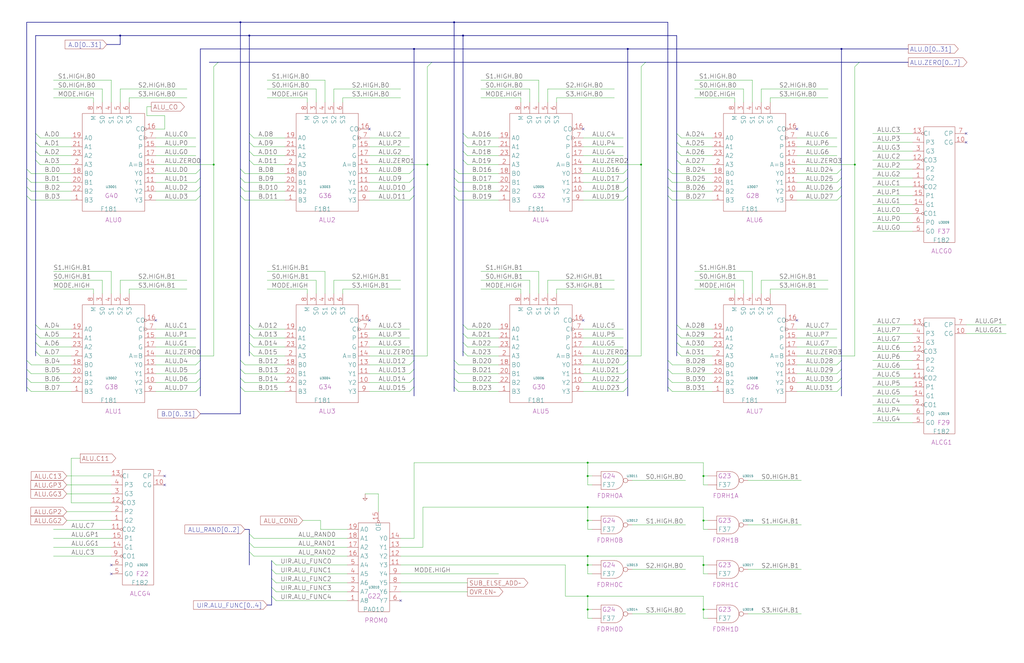
<source format=kicad_sch>
(kicad_sch (version 20250114) (generator "eeschema") (generator_version "9.0")
  (paper "User" 584.2 378.46)
  (title_block (title "ALU ARRAY\\nMOST SIGNIFICANT BITS") (date "15-MAR-90") (rev "1.0") (comment 1 "TYPE") (comment 2 "232-003062") (comment 3 "S400") (comment 4 "RELEASED"))
  (junction (at 68.58 20.32))
  (junction (at 335.28 289.56))
  (junction (at 358.14 27.94))
  (junction (at 401.32 271.78))
  (junction (at 335.28 297.18))
  (junction (at 335.28 264.16))
  (junction (at 243.84 93.98))
  (junction (at 365.76 93.98))
  (junction (at 335.28 322.58))
  (junction (at 480.06 27.94))
  (junction (at 335.28 347.98))
  (junction (at 487.68 93.98))
  (junction (at 142.24 20.32))
  (junction (at 236.22 27.94))
  (junction (at 335.28 271.78))
  (junction (at 259.08 12.7))
  (junction (at 137.16 12.7))
  (junction (at 335.28 317.5))
  (junction (at 401.32 347.98))
  (junction (at 121.92 93.98))
  (junction (at 401.32 297.18))
  (junction (at 401.32 322.58))
  (junction (at 335.28 340.36))
  (junction (at 264.16 20.32))
  (no_connect (at 454.66 182.88))
  (no_connect (at 551.18 81.28))
  (no_connect (at 88.9 182.88))
  (no_connect (at 93.98 271.78))
  (no_connect (at 332.74 182.88))
  (no_connect (at 228.6 342.9))
  (no_connect (at 210.82 182.88))
  (no_connect (at 210.82 73.66))
  (no_connect (at 551.18 76.2))
  (no_connect (at 454.66 73.66))
  (no_connect (at 93.98 276.86))
  (no_connect (at 63.5 327.66))
  (no_connect (at 63.5 322.58))
  (no_connect (at 332.74 73.66))
  (bus_entry (at 142.24 81.28) (size 2.54 2.54))
  (bus_entry (at 142.24 200.66) (size 2.54 2.54))
  (bus_entry (at 259.08 111.76) (size 2.54 2.54))
  (bus_entry (at 259.08 96.52) (size 2.54 2.54))
  (bus_entry (at 20.32 200.66) (size 2.54 2.54))
  (bus_entry (at 142.24 86.36) (size 2.54 2.54))
  (bus_entry (at 480.06 96.52) (size -2.54 2.54))
  (bus_entry (at 142.24 76.2) (size 2.54 2.54))
  (bus_entry (at 381 210.82) (size 2.54 2.54))
  (bus_entry (at 15.24 101.6) (size 2.54 2.54))
  (bus_entry (at 142.24 91.44) (size 2.54 2.54))
  (bus_entry (at 480.06 101.6) (size -2.54 2.54))
  (bus_entry (at 142.24 185.42) (size 2.54 2.54))
  (bus_entry (at 114.3 220.98) (size -2.54 2.54))
  (bus_entry (at 480.06 111.76) (size -2.54 2.54))
  (bus_entry (at 15.24 215.9) (size 2.54 2.54))
  (bus_entry (at 114.3 96.52) (size -2.54 2.54))
  (bus_entry (at 264.16 200.66) (size 2.54 2.54))
  (bus_entry (at 358.14 111.76) (size -2.54 2.54))
  (bus_entry (at 358.14 215.9) (size -2.54 2.54))
  (bus_entry (at 358.14 106.68) (size -2.54 2.54))
  (bus_entry (at 137.16 111.76) (size 2.54 2.54))
  (bus_entry (at 142.24 190.5) (size 2.54 2.54))
  (bus_entry (at 386.08 200.66) (size 2.54 2.54))
  (bus_entry (at 114.3 111.76) (size -2.54 2.54))
  (bus_entry (at 142.24 309.88) (size 2.54 2.54))
  (bus_entry (at 381 205.74) (size 2.54 2.54))
  (bus_entry (at 246.38 35.56) (size -2.54 2.54))
  (bus_entry (at 358.14 96.52) (size -2.54 2.54))
  (bus_entry (at 386.08 190.5) (size 2.54 2.54))
  (bus_entry (at 386.08 76.2) (size 2.54 2.54))
  (bus_entry (at 142.24 314.96) (size 2.54 2.54))
  (bus_entry (at 264.16 185.42) (size 2.54 2.54))
  (bus_entry (at 15.24 106.68) (size 2.54 2.54))
  (bus_entry (at 381 220.98) (size 2.54 2.54))
  (bus_entry (at 381 106.68) (size 2.54 2.54))
  (bus_entry (at 154.94 335.28) (size 2.54 2.54))
  (bus_entry (at 259.08 220.98) (size 2.54 2.54))
  (bus_entry (at 259.08 210.82) (size 2.54 2.54))
  (bus_entry (at 236.22 210.82) (size -2.54 2.54))
  (bus_entry (at 137.16 101.6) (size 2.54 2.54))
  (bus_entry (at 236.22 101.6) (size -2.54 2.54))
  (bus_entry (at 137.16 106.68) (size 2.54 2.54))
  (bus_entry (at 358.14 210.82) (size -2.54 2.54))
  (bus_entry (at 114.3 106.68) (size -2.54 2.54))
  (bus_entry (at 264.16 76.2) (size 2.54 2.54))
  (bus_entry (at 20.32 76.2) (size 2.54 2.54))
  (bus_entry (at 114.3 210.82) (size -2.54 2.54))
  (bus_entry (at 236.22 215.9) (size -2.54 2.54))
  (bus_entry (at 480.06 215.9) (size -2.54 2.54))
  (bus_entry (at 358.14 205.74) (size -2.54 2.54))
  (bus_entry (at 15.24 205.74) (size 2.54 2.54))
  (bus_entry (at 20.32 81.28) (size 2.54 2.54))
  (bus_entry (at 236.22 205.74) (size -2.54 2.54))
  (bus_entry (at 15.24 111.76) (size 2.54 2.54))
  (bus_entry (at 20.32 195.58) (size 2.54 2.54))
  (bus_entry (at 381 215.9) (size 2.54 2.54))
  (bus_entry (at 259.08 101.6) (size 2.54 2.54))
  (bus_entry (at 381 101.6) (size 2.54 2.54))
  (bus_entry (at 236.22 220.98) (size -2.54 2.54))
  (bus_entry (at 154.94 340.36) (size 2.54 2.54))
  (bus_entry (at 358.14 101.6) (size -2.54 2.54))
  (bus_entry (at 15.24 210.82) (size 2.54 2.54))
  (bus_entry (at 264.16 195.58) (size 2.54 2.54))
  (bus_entry (at 114.3 215.9) (size -2.54 2.54))
  (bus_entry (at 386.08 91.44) (size 2.54 2.54))
  (bus_entry (at 386.08 195.58) (size 2.54 2.54))
  (bus_entry (at 154.94 330.2) (size 2.54 2.54))
  (bus_entry (at 15.24 96.52) (size 2.54 2.54))
  (bus_entry (at 480.06 220.98) (size -2.54 2.54))
  (bus_entry (at 137.16 215.9) (size 2.54 2.54))
  (bus_entry (at 358.14 220.98) (size -2.54 2.54))
  (bus_entry (at 259.08 106.68) (size 2.54 2.54))
  (bus_entry (at 137.16 96.52) (size 2.54 2.54))
  (bus_entry (at 20.32 185.42) (size 2.54 2.54))
  (bus_entry (at 480.06 205.74) (size -2.54 2.54))
  (bus_entry (at 236.22 111.76) (size -2.54 2.54))
  (bus_entry (at 480.06 106.68) (size -2.54 2.54))
  (bus_entry (at 386.08 81.28) (size 2.54 2.54))
  (bus_entry (at 381 111.76) (size 2.54 2.54))
  (bus_entry (at 480.06 210.82) (size -2.54 2.54))
  (bus_entry (at 264.16 86.36) (size 2.54 2.54))
  (bus_entry (at 386.08 185.42) (size 2.54 2.54))
  (bus_entry (at 154.94 325.12) (size 2.54 2.54))
  (bus_entry (at 154.94 320.04) (size 2.54 2.54))
  (bus_entry (at 264.16 81.28) (size 2.54 2.54))
  (bus_entry (at 137.16 205.74) (size 2.54 2.54))
  (bus_entry (at 114.3 205.74) (size -2.54 2.54))
  (bus_entry (at 137.16 210.82) (size 2.54 2.54))
  (bus_entry (at 20.32 86.36) (size 2.54 2.54))
  (bus_entry (at 142.24 195.58) (size 2.54 2.54))
  (bus_entry (at 114.3 101.6) (size -2.54 2.54))
  (bus_entry (at 490.22 35.56) (size -2.54 2.54))
  (bus_entry (at 259.08 215.9) (size 2.54 2.54))
  (bus_entry (at 137.16 220.98) (size 2.54 2.54))
  (bus_entry (at 259.08 205.74) (size 2.54 2.54))
  (bus_entry (at 20.32 190.5) (size 2.54 2.54))
  (bus_entry (at 124.46 35.56) (size -2.54 2.54))
  (bus_entry (at 236.22 96.52) (size -2.54 2.54))
  (bus_entry (at 142.24 304.8) (size 2.54 2.54))
  (bus_entry (at 236.22 106.68) (size -2.54 2.54))
  (bus_entry (at 264.16 91.44) (size 2.54 2.54))
  (bus_entry (at 368.3 35.56) (size -2.54 2.54))
  (bus_entry (at 386.08 86.36) (size 2.54 2.54))
  (bus_entry (at 20.32 91.44) (size 2.54 2.54))
  (bus_entry (at 15.24 220.98) (size 2.54 2.54))
  (bus_entry (at 381 96.52) (size 2.54 2.54))
  (bus_entry (at 264.16 190.5) (size 2.54 2.54))
  (wire (pts (xy 388.62 203.2) (xy 406.4 203.2)))
  (wire (pts (xy 17.78 213.36) (xy 40.64 213.36)))
  (bus (pts (xy 114.3 101.6) (xy 114.3 106.68)))
  (bus (pts (xy 142.24 190.5) (xy 142.24 195.58)))
  (wire (pts (xy 88.9 193.04) (xy 111.76 193.04)))
  (wire (pts (xy 152.4 55.88) (xy 175.26 55.88)))
  (wire (pts (xy 144.78 203.2) (xy 162.56 203.2)))
  (bus (pts (xy 264.16 190.5) (xy 264.16 195.58)))
  (wire (pts (xy 403.86 353.06) (xy 401.32 353.06)))
  (wire (pts (xy 88.9 93.98) (xy 121.92 93.98)))
  (wire (pts (xy 139.7 213.36) (xy 162.56 213.36)))
  (wire (pts (xy 401.32 297.18) (xy 401.32 302.26)))
  (bus (pts (xy 386.08 86.36) (xy 386.08 91.44)))
  (wire (pts (xy 335.28 264.16) (xy 335.28 271.78)))
  (wire (pts (xy 401.32 322.58) (xy 403.86 322.58)))
  (wire (pts (xy 335.28 264.16) (xy 236.22 264.16)))
  (wire (pts (xy 73.66 167.64) (xy 73.66 165.1)))
  (bus (pts (xy 259.08 215.9) (xy 259.08 220.98)))
  (wire (pts (xy 152.4 160.02) (xy 180.34 160.02)))
  (wire (pts (xy 88.9 218.44) (xy 111.76 218.44)))
  (bus (pts (xy 386.08 76.2) (xy 386.08 81.28)))
  (wire (pts (xy 297.18 58.42) (xy 297.18 55.88)))
  (wire (pts (xy 30.48 312.42) (xy 63.5 312.42)))
  (bus (pts (xy 137.16 12.7) (xy 137.16 96.52)))
  (wire (pts (xy 401.32 271.78) (xy 403.86 271.78)))
  (bus (pts (xy 137.16 96.52) (xy 137.16 101.6)))
  (wire (pts (xy 497.84 101.6) (xy 520.7 101.6)))
  (wire (pts (xy 266.7 88.9) (xy 284.48 88.9)))
  (wire (pts (xy 335.28 317.5) (xy 335.28 322.58)))
  (wire (pts (xy 497.84 106.68) (xy 520.7 106.68)))
  (wire (pts (xy 88.9 73.66) (xy 93.98 73.66)))
  (bus (pts (xy 15.24 220.98) (xy 15.24 223.52)))
  (bus (pts (xy 480.06 111.76) (xy 480.06 205.74)))
  (bus (pts (xy 358.14 205.74) (xy 358.14 210.82)))
  (wire (pts (xy 383.54 223.52) (xy 406.4 223.52)))
  (bus (pts (xy 259.08 96.52) (xy 259.08 101.6)))
  (bus (pts (xy 137.16 101.6) (xy 137.16 106.68)))
  (wire (pts (xy 157.48 342.9) (xy 198.12 342.9)))
  (bus (pts (xy 259.08 12.7) (xy 259.08 96.52)))
  (wire (pts (xy 210.82 208.28) (xy 233.68 208.28)))
  (wire (pts (xy 152.4 45.72) (xy 185.42 45.72)))
  (wire (pts (xy 180.34 167.64) (xy 180.34 160.02)))
  (wire (pts (xy 228.6 332.74) (xy 266.7 332.74)))
  (wire (pts (xy 307.34 58.42) (xy 307.34 45.72)))
  (wire (pts (xy 302.26 167.64) (xy 302.26 160.02)))
  (wire (pts (xy 401.32 340.36) (xy 335.28 340.36)))
  (bus (pts (xy 358.14 106.68) (xy 358.14 111.76)))
  (wire (pts (xy 22.86 203.2) (xy 40.64 203.2)))
  (bus (pts (xy 137.16 215.9) (xy 137.16 220.98)))
  (wire (pts (xy 30.48 317.5) (xy 63.5 317.5)))
  (bus (pts (xy 236.22 106.68) (xy 236.22 111.76)))
  (wire (pts (xy 332.74 78.74) (xy 355.6 78.74)))
  (wire (pts (xy 454.66 83.82) (xy 477.52 83.82)))
  (bus (pts (xy 15.24 101.6) (xy 15.24 106.68)))
  (wire (pts (xy 335.28 340.36) (xy 322.58 340.36)))
  (wire (pts (xy 419.1 167.64) (xy 419.1 165.1)))
  (wire (pts (xy 190.5 160.02) (xy 228.6 160.02)))
  (wire (pts (xy 22.86 193.04) (xy 40.64 193.04)))
  (wire (pts (xy 426.72 325.12) (xy 457.2 325.12)))
  (bus (pts (xy 264.16 76.2) (xy 264.16 81.28)))
  (wire (pts (xy 360.68 299.72) (xy 391.16 299.72)))
  (wire (pts (xy 38.1 276.86) (xy 63.5 276.86)))
  (wire (pts (xy 195.58 58.42) (xy 195.58 55.88)))
  (bus (pts (xy 264.16 20.32) (xy 264.16 76.2)))
  (wire (pts (xy 419.1 58.42) (xy 419.1 55.88)))
  (bus (pts (xy 15.24 12.7) (xy 137.16 12.7)))
  (wire (pts (xy 332.74 208.28) (xy 355.6 208.28)))
  (wire (pts (xy 337.82 276.86) (xy 335.28 276.86)))
  (wire (pts (xy 210.82 187.96) (xy 233.68 187.96)))
  (wire (pts (xy 302.26 58.42) (xy 302.26 50.8)))
  (bus (pts (xy 480.06 210.82) (xy 480.06 215.9)))
  (wire (pts (xy 439.42 165.1) (xy 472.44 165.1)))
  (wire (pts (xy 454.66 218.44) (xy 477.52 218.44)))
  (bus (pts (xy 490.22 35.56) (xy 518.16 35.56)))
  (bus (pts (xy 114.3 205.74) (xy 114.3 210.82)))
  (wire (pts (xy 88.9 223.52) (xy 111.76 223.52)))
  (bus (pts (xy 142.24 185.42) (xy 142.24 190.5)))
  (wire (pts (xy 40.64 261.62) (xy 45.72 261.62)))
  (wire (pts (xy 210.82 88.9) (xy 233.68 88.9)))
  (wire (pts (xy 274.32 50.8) (xy 302.26 50.8)))
  (bus (pts (xy 480.06 220.98) (xy 480.06 226.06)))
  (wire (pts (xy 335.28 317.5) (xy 401.32 317.5)))
  (wire (pts (xy 17.78 223.52) (xy 40.64 223.52)))
  (wire (pts (xy 157.48 337.82) (xy 198.12 337.82)))
  (wire (pts (xy 30.48 165.1) (xy 53.34 165.1)))
  (wire (pts (xy 261.62 208.28) (xy 284.48 208.28)))
  (wire (pts (xy 332.74 203.2) (xy 365.76 203.2)))
  (bus (pts (xy 381 12.7) (xy 381 96.52)))
  (wire (pts (xy 388.62 93.98) (xy 406.4 93.98)))
  (bus (pts (xy 358.14 220.98) (xy 358.14 226.06)))
  (wire (pts (xy 335.28 297.18) (xy 335.28 302.26)))
  (wire (pts (xy 30.48 160.02) (xy 58.42 160.02)))
  (wire (pts (xy 401.32 289.56) (xy 401.32 297.18)))
  (wire (pts (xy 38.1 297.18) (xy 63.5 297.18)))
  (wire (pts (xy 497.84 220.98) (xy 520.7 220.98)))
  (bus (pts (xy 480.06 101.6) (xy 480.06 106.68)))
  (wire (pts (xy 454.66 104.14) (xy 477.52 104.14)))
  (wire (pts (xy 261.62 114.3) (xy 284.48 114.3)))
  (wire (pts (xy 144.78 198.12) (xy 162.56 198.12)))
  (wire (pts (xy 497.84 76.2) (xy 520.7 76.2)))
  (wire (pts (xy 274.32 55.88) (xy 297.18 55.88)))
  (bus (pts (xy 114.3 111.76) (xy 114.3 205.74)))
  (wire (pts (xy 38.1 271.78) (xy 63.5 271.78)))
  (wire (pts (xy 88.9 99.06) (xy 111.76 99.06)))
  (wire (pts (xy 144.78 93.98) (xy 162.56 93.98)))
  (wire (pts (xy 144.78 317.5) (xy 198.12 317.5)))
  (bus (pts (xy 20.32 81.28) (xy 20.32 86.36)))
  (bus (pts (xy 142.24 200.66) (xy 142.24 203.2)))
  (bus (pts (xy 154.94 330.2) (xy 154.94 335.28)))
  (wire (pts (xy 22.86 78.74) (xy 40.64 78.74)))
  (wire (pts (xy 144.78 307.34) (xy 198.12 307.34)))
  (wire (pts (xy 551.18 190.5) (xy 574.04 190.5)))
  (bus (pts (xy 386.08 190.5) (xy 386.08 195.58)))
  (wire (pts (xy 312.42 160.02) (xy 350.52 160.02)))
  (bus (pts (xy 259.08 205.74) (xy 259.08 210.82)))
  (wire (pts (xy 210.82 93.98) (xy 243.84 93.98)))
  (bus (pts (xy 20.32 200.66) (xy 20.32 203.2)))
  (wire (pts (xy 454.66 223.52) (xy 477.52 223.52)))
  (wire (pts (xy 175.26 167.64) (xy 175.26 165.1)))
  (wire (pts (xy 497.84 91.44) (xy 520.7 91.44)))
  (wire (pts (xy 58.42 167.64) (xy 58.42 160.02)))
  (wire (pts (xy 454.66 208.28) (xy 477.52 208.28)))
  (bus (pts (xy 259.08 111.76) (xy 259.08 205.74)))
  (wire (pts (xy 152.4 50.8) (xy 180.34 50.8)))
  (wire (pts (xy 322.58 322.58) (xy 228.6 322.58)))
  (wire (pts (xy 388.62 78.74) (xy 406.4 78.74)))
  (bus (pts (xy 114.3 210.82) (xy 114.3 215.9)))
  (wire (pts (xy 139.7 109.22) (xy 162.56 109.22)))
  (wire (pts (xy 312.42 50.8) (xy 350.52 50.8)))
  (wire (pts (xy 497.84 132.08) (xy 520.7 132.08)))
  (wire (pts (xy 337.82 327.66) (xy 335.28 327.66)))
  (wire (pts (xy 335.28 347.98) (xy 335.28 353.06)))
  (wire (pts (xy 454.66 187.96) (xy 477.52 187.96)))
  (bus (pts (xy 480.06 215.9) (xy 480.06 220.98)))
  (bus (pts (xy 386.08 20.32) (xy 386.08 76.2)))
  (wire (pts (xy 335.28 347.98) (xy 337.82 347.98)))
  (bus (pts (xy 246.38 35.56) (xy 368.3 35.56)))
  (wire (pts (xy 157.48 322.58) (xy 198.12 322.58)))
  (bus (pts (xy 386.08 91.44) (xy 386.08 185.42)))
  (wire (pts (xy 383.54 109.22) (xy 406.4 109.22)))
  (wire (pts (xy 429.26 58.42) (xy 429.26 45.72)))
  (wire (pts (xy 139.7 208.28) (xy 162.56 208.28)))
  (wire (pts (xy 332.74 223.52) (xy 355.6 223.52)))
  (wire (pts (xy 68.58 58.42) (xy 68.58 50.8)))
  (bus (pts (xy 114.3 236.22) (xy 137.16 236.22)))
  (wire (pts (xy 497.84 226.06) (xy 520.7 226.06)))
  (wire (pts (xy 175.26 58.42) (xy 175.26 55.88)))
  (wire (pts (xy 403.86 302.26) (xy 401.32 302.26)))
  (wire (pts (xy 439.42 55.88) (xy 472.44 55.88)))
  (wire (pts (xy 30.48 45.72) (xy 63.5 45.72)))
  (wire (pts (xy 17.78 114.3) (xy 40.64 114.3)))
  (wire (pts (xy 243.84 93.98) (xy 243.84 203.2)))
  (bus (pts (xy 137.16 205.74) (xy 137.16 210.82)))
  (wire (pts (xy 88.9 114.3) (xy 111.76 114.3)))
  (wire (pts (xy 185.42 167.64) (xy 185.42 154.94)))
  (bus (pts (xy 68.58 20.32) (xy 142.24 20.32)))
  (wire (pts (xy 88.9 78.74) (xy 111.76 78.74)))
  (wire (pts (xy 335.28 322.58) (xy 335.28 327.66)))
  (wire (pts (xy 195.58 55.88) (xy 228.6 55.88)))
  (bus (pts (xy 480.06 205.74) (xy 480.06 210.82)))
  (wire (pts (xy 332.74 213.36) (xy 355.6 213.36)))
  (wire (pts (xy 401.32 347.98) (xy 401.32 353.06)))
  (wire (pts (xy 266.7 187.96) (xy 284.48 187.96)))
  (wire (pts (xy 365.76 38.1) (xy 365.76 93.98)))
  (wire (pts (xy 497.84 200.66) (xy 520.7 200.66)))
  (wire (pts (xy 157.48 327.66) (xy 198.12 327.66)))
  (wire (pts (xy 497.84 81.28) (xy 520.7 81.28)))
  (wire (pts (xy 383.54 104.14) (xy 406.4 104.14)))
  (wire (pts (xy 144.78 187.96) (xy 162.56 187.96)))
  (bus (pts (xy 236.22 220.98) (xy 236.22 226.06)))
  (bus (pts (xy 142.24 309.88) (xy 142.24 314.96)))
  (wire (pts (xy 58.42 58.42) (xy 58.42 50.8)))
  (wire (pts (xy 210.82 83.82) (xy 233.68 83.82)))
  (wire (pts (xy 401.32 347.98) (xy 403.86 347.98)))
  (wire (pts (xy 195.58 167.64) (xy 195.58 165.1)))
  (bus (pts (xy 15.24 210.82) (xy 15.24 215.9)))
  (wire (pts (xy 383.54 114.3) (xy 406.4 114.3)))
  (wire (pts (xy 266.7 203.2) (xy 284.48 203.2)))
  (wire (pts (xy 121.92 38.1) (xy 121.92 93.98)))
  (wire (pts (xy 88.9 104.14) (xy 111.76 104.14)))
  (wire (pts (xy 332.74 88.9) (xy 355.6 88.9)))
  (wire (pts (xy 429.26 167.64) (xy 429.26 154.94)))
  (wire (pts (xy 335.28 340.36) (xy 335.28 347.98)))
  (wire (pts (xy 332.74 187.96) (xy 355.6 187.96)))
  (bus (pts (xy 236.22 205.74) (xy 236.22 210.82)))
  (wire (pts (xy 497.84 236.22) (xy 520.7 236.22)))
  (wire (pts (xy 439.42 58.42) (xy 439.42 55.88)))
  (wire (pts (xy 210.82 109.22) (xy 233.68 109.22)))
  (bus (pts (xy 114.3 220.98) (xy 114.3 226.06)))
  (wire (pts (xy 139.7 99.06) (xy 162.56 99.06)))
  (bus (pts (xy 368.3 35.56) (xy 490.22 35.56)))
  (wire (pts (xy 88.9 109.22) (xy 111.76 109.22)))
  (wire (pts (xy 30.48 307.34) (xy 63.5 307.34)))
  (wire (pts (xy 210.82 223.52) (xy 233.68 223.52)))
  (wire (pts (xy 210.82 203.2) (xy 243.84 203.2)))
  (bus (pts (xy 264.16 86.36) (xy 264.16 91.44)))
  (wire (pts (xy 317.5 58.42) (xy 317.5 55.88)))
  (wire (pts (xy 388.62 193.04) (xy 406.4 193.04)))
  (wire (pts (xy 454.66 114.3) (xy 477.52 114.3)))
  (bus (pts (xy 20.32 91.44) (xy 20.32 185.42)))
  (wire (pts (xy 210.82 213.36) (xy 233.68 213.36)))
  (wire (pts (xy 454.66 109.22) (xy 477.52 109.22)))
  (wire (pts (xy 434.34 167.64) (xy 434.34 160.02)))
  (wire (pts (xy 497.84 185.42) (xy 520.7 185.42)))
  (bus (pts (xy 137.16 106.68) (xy 137.16 111.76)))
  (wire (pts (xy 185.42 58.42) (xy 185.42 45.72)))
  (wire (pts (xy 337.82 353.06) (xy 335.28 353.06)))
  (wire (pts (xy 73.66 165.1) (xy 106.68 165.1)))
  (bus (pts (xy 15.24 96.52) (xy 15.24 101.6)))
  (bus (pts (xy 114.3 96.52) (xy 114.3 101.6)))
  (wire (pts (xy 454.66 88.9) (xy 477.52 88.9)))
  (wire (pts (xy 497.84 116.84) (xy 520.7 116.84)))
  (bus (pts (xy 142.24 20.32) (xy 264.16 20.32)))
  (bus (pts (xy 142.24 302.26) (xy 142.24 304.8)))
  (wire (pts (xy 396.24 160.02) (xy 424.18 160.02)))
  (bus (pts (xy 264.16 185.42) (xy 264.16 190.5)))
  (bus (pts (xy 154.94 340.36) (xy 154.94 345.44)))
  (bus (pts (xy 358.14 215.9) (xy 358.14 220.98)))
  (wire (pts (xy 297.18 167.64) (xy 297.18 165.1)))
  (wire (pts (xy 88.9 213.36) (xy 111.76 213.36)))
  (wire (pts (xy 210.82 99.06) (xy 233.68 99.06)))
  (bus (pts (xy 236.22 215.9) (xy 236.22 220.98)))
  (wire (pts (xy 274.32 160.02) (xy 302.26 160.02)))
  (wire (pts (xy 63.5 167.64) (xy 63.5 154.94)))
  (wire (pts (xy 210.82 104.14) (xy 233.68 104.14)))
  (bus (pts (xy 119.38 35.56) (xy 124.46 35.56)))
  (wire (pts (xy 210.82 114.3) (xy 233.68 114.3)))
  (bus (pts (xy 259.08 12.7) (xy 381 12.7)))
  (wire (pts (xy 401.32 317.5) (xy 401.32 322.58)))
  (wire (pts (xy 401.32 264.16) (xy 401.32 271.78)))
  (wire (pts (xy 266.7 198.12) (xy 284.48 198.12)))
  (wire (pts (xy 182.88 302.26) (xy 182.88 297.18)))
  (bus (pts (xy 259.08 210.82) (xy 259.08 215.9)))
  (wire (pts (xy 17.78 208.28) (xy 40.64 208.28)))
  (wire (pts (xy 383.54 99.06) (xy 406.4 99.06)))
  (wire (pts (xy 30.48 55.88) (xy 53.34 55.88)))
  (wire (pts (xy 88.9 83.82) (xy 111.76 83.82)))
  (bus (pts (xy 152.4 345.44) (xy 154.94 345.44)))
  (wire (pts (xy 497.84 210.82) (xy 520.7 210.82)))
  (bus (pts (xy 142.24 195.58) (xy 142.24 200.66)))
  (wire (pts (xy 228.6 327.66) (xy 284.48 327.66)))
  (bus (pts (xy 142.24 314.96) (xy 142.24 322.58)))
  (wire (pts (xy 88.9 208.28) (xy 111.76 208.28)))
  (bus (pts (xy 264.16 195.58) (xy 264.16 200.66)))
  (wire (pts (xy 401.32 322.58) (xy 401.32 327.66)))
  (wire (pts (xy 497.84 241.3) (xy 520.7 241.3)))
  (bus (pts (xy 20.32 20.32) (xy 20.32 76.2)))
  (wire (pts (xy 190.5 167.64) (xy 190.5 160.02)))
  (wire (pts (xy 83.82 66.04) (xy 83.82 60.96)))
  (wire (pts (xy 236.22 307.34) (xy 228.6 307.34)))
  (wire (pts (xy 454.66 213.36) (xy 477.52 213.36)))
  (wire (pts (xy 68.58 50.8) (xy 106.68 50.8)))
  (bus (pts (xy 480.06 27.94) (xy 518.16 27.94)))
  (wire (pts (xy 73.66 58.42) (xy 73.66 55.88)))
  (wire (pts (xy 312.42 58.42) (xy 312.42 50.8)))
  (bus (pts (xy 358.14 27.94) (xy 358.14 96.52)))
  (wire (pts (xy 22.86 83.82) (xy 40.64 83.82)))
  (bus (pts (xy 236.22 101.6) (xy 236.22 106.68)))
  (wire (pts (xy 332.74 83.82) (xy 355.6 83.82)))
  (bus (pts (xy 358.14 27.94) (xy 480.06 27.94)))
  (wire (pts (xy 426.72 274.32) (xy 457.2 274.32)))
  (wire (pts (xy 426.72 299.72) (xy 457.2 299.72)))
  (wire (pts (xy 22.86 93.98) (xy 40.64 93.98)))
  (wire (pts (xy 497.84 111.76) (xy 520.7 111.76)))
  (wire (pts (xy 22.86 88.9) (xy 40.64 88.9)))
  (wire (pts (xy 93.98 66.04) (xy 83.82 66.04)))
  (bus (pts (xy 142.24 20.32) (xy 142.24 76.2)))
  (wire (pts (xy 317.5 165.1) (xy 350.52 165.1)))
  (wire (pts (xy 335.28 289.56) (xy 241.3 289.56)))
  (bus (pts (xy 154.94 320.04) (xy 154.94 325.12)))
  (bus (pts (xy 114.3 106.68) (xy 114.3 111.76)))
  (wire (pts (xy 236.22 264.16) (xy 236.22 307.34)))
  (bus (pts (xy 15.24 111.76) (xy 15.24 205.74)))
  (wire (pts (xy 396.24 154.94) (xy 429.26 154.94)))
  (wire (pts (xy 403.86 276.86) (xy 401.32 276.86)))
  (wire (pts (xy 383.54 213.36) (xy 406.4 213.36)))
  (wire (pts (xy 139.7 223.52) (xy 162.56 223.52)))
  (bus (pts (xy 386.08 195.58) (xy 386.08 200.66)))
  (bus (pts (xy 358.14 210.82) (xy 358.14 215.9)))
  (wire (pts (xy 88.9 203.2) (xy 121.92 203.2)))
  (wire (pts (xy 497.84 86.36) (xy 520.7 86.36)))
  (bus (pts (xy 381 210.82) (xy 381 215.9)))
  (wire (pts (xy 266.7 78.74) (xy 284.48 78.74)))
  (wire (pts (xy 215.9 281.94) (xy 215.9 292.1)))
  (wire (pts (xy 335.28 289.56) (xy 335.28 297.18)))
  (bus (pts (xy 20.32 76.2) (xy 20.32 81.28)))
  (wire (pts (xy 63.5 287.02) (xy 40.64 287.02)))
  (wire (pts (xy 434.34 160.02) (xy 472.44 160.02)))
  (bus (pts (xy 386.08 185.42) (xy 386.08 190.5)))
  (bus (pts (xy 236.22 210.82) (xy 236.22 215.9)))
  (wire (pts (xy 17.78 99.06) (xy 40.64 99.06)))
  (wire (pts (xy 383.54 208.28) (xy 406.4 208.28)))
  (wire (pts (xy 332.74 104.14) (xy 355.6 104.14)))
  (wire (pts (xy 312.42 167.64) (xy 312.42 160.02)))
  (wire (pts (xy 261.62 218.44) (xy 284.48 218.44)))
  (wire (pts (xy 38.1 281.94) (xy 63.5 281.94)))
  (bus (pts (xy 137.16 12.7) (xy 259.08 12.7)))
  (wire (pts (xy 454.66 198.12) (xy 477.52 198.12)))
  (wire (pts (xy 53.34 58.42) (xy 53.34 55.88)))
  (wire (pts (xy 401.32 271.78) (xy 401.32 276.86)))
  (bus (pts (xy 15.24 215.9) (xy 15.24 220.98)))
  (bus (pts (xy 381 111.76) (xy 381 205.74)))
  (wire (pts (xy 396.24 165.1) (xy 419.1 165.1)))
  (wire (pts (xy 241.3 312.42) (xy 228.6 312.42)))
  (wire (pts (xy 243.84 38.1) (xy 243.84 93.98)))
  (bus (pts (xy 259.08 220.98) (xy 259.08 223.52)))
  (bus (pts (xy 381 215.9) (xy 381 220.98)))
  (wire (pts (xy 17.78 109.22) (xy 40.64 109.22)))
  (wire (pts (xy 195.58 165.1) (xy 228.6 165.1)))
  (wire (pts (xy 497.84 195.58) (xy 520.7 195.58)))
  (wire (pts (xy 198.12 302.26) (xy 182.88 302.26)))
  (wire (pts (xy 83.82 60.96) (xy 86.36 60.96)))
  (wire (pts (xy 88.9 187.96) (xy 111.76 187.96)))
  (wire (pts (xy 388.62 187.96) (xy 406.4 187.96)))
  (wire (pts (xy 40.64 287.02) (xy 40.64 261.62)))
  (bus (pts (xy 20.32 185.42) (xy 20.32 190.5)))
  (bus (pts (xy 114.3 27.94) (xy 114.3 96.52)))
  (wire (pts (xy 208.28 281.94) (xy 215.9 281.94)))
  (wire (pts (xy 322.58 340.36) (xy 322.58 322.58)))
  (wire (pts (xy 38.1 292.1) (xy 63.5 292.1)))
  (wire (pts (xy 332.74 109.22) (xy 355.6 109.22)))
  (bus (pts (xy 358.14 96.52) (xy 358.14 101.6)))
  (wire (pts (xy 317.5 167.64) (xy 317.5 165.1)))
  (bus (pts (xy 480.06 96.52) (xy 480.06 101.6)))
  (wire (pts (xy 274.32 45.72) (xy 307.34 45.72)))
  (wire (pts (xy 139.7 114.3) (xy 162.56 114.3)))
  (bus (pts (xy 114.3 215.9) (xy 114.3 220.98)))
  (wire (pts (xy 401.32 340.36) (xy 401.32 347.98)))
  (wire (pts (xy 180.34 58.42) (xy 180.34 50.8)))
  (wire (pts (xy 497.84 231.14) (xy 520.7 231.14)))
  (wire (pts (xy 88.9 198.12) (xy 111.76 198.12)))
  (bus (pts (xy 264.16 20.32) (xy 386.08 20.32)))
  (bus (pts (xy 236.22 96.52) (xy 236.22 101.6)))
  (wire (pts (xy 335.28 271.78) (xy 337.82 271.78)))
  (wire (pts (xy 497.84 96.52) (xy 520.7 96.52)))
  (wire (pts (xy 454.66 78.74) (xy 477.52 78.74)))
  (wire (pts (xy 139.7 218.44) (xy 162.56 218.44)))
  (wire (pts (xy 144.78 78.74) (xy 162.56 78.74)))
  (wire (pts (xy 266.7 83.82) (xy 284.48 83.82)))
  (wire (pts (xy 401.32 264.16) (xy 335.28 264.16)))
  (wire (pts (xy 360.68 350.52) (xy 391.16 350.52)))
  (bus (pts (xy 124.46 35.56) (xy 246.38 35.56)))
  (bus (pts (xy 381 101.6) (xy 381 106.68)))
  (wire (pts (xy 261.62 104.14) (xy 284.48 104.14)))
  (wire (pts (xy 261.62 223.52) (xy 284.48 223.52)))
  (bus (pts (xy 358.14 101.6) (xy 358.14 106.68)))
  (wire (pts (xy 274.32 154.94) (xy 307.34 154.94)))
  (bus (pts (xy 60.96 25.4) (xy 68.58 25.4)))
  (wire (pts (xy 332.74 193.04) (xy 355.6 193.04)))
  (wire (pts (xy 261.62 109.22) (xy 284.48 109.22)))
  (wire (pts (xy 388.62 88.9) (xy 406.4 88.9)))
  (wire (pts (xy 274.32 165.1) (xy 297.18 165.1)))
  (wire (pts (xy 424.18 58.42) (xy 424.18 50.8)))
  (wire (pts (xy 17.78 104.14) (xy 40.64 104.14)))
  (wire (pts (xy 551.18 185.42) (xy 574.04 185.42)))
  (wire (pts (xy 30.48 50.8) (xy 58.42 50.8)))
  (bus (pts (xy 236.22 27.94) (xy 358.14 27.94)))
  (wire (pts (xy 396.24 45.72) (xy 429.26 45.72)))
  (bus (pts (xy 358.14 111.76) (xy 358.14 205.74)))
  (bus (pts (xy 15.24 205.74) (xy 15.24 210.82)))
  (bus (pts (xy 142.24 91.44) (xy 142.24 185.42)))
  (wire (pts (xy 121.92 93.98) (xy 121.92 203.2)))
  (wire (pts (xy 261.62 99.06) (xy 284.48 99.06)))
  (bus (pts (xy 139.7 302.26) (xy 142.24 302.26)))
  (bus (pts (xy 236.22 111.76) (xy 236.22 205.74)))
  (wire (pts (xy 88.9 88.9) (xy 111.76 88.9)))
  (wire (pts (xy 487.68 93.98) (xy 487.68 203.2)))
  (bus (pts (xy 20.32 86.36) (xy 20.32 91.44)))
  (wire (pts (xy 454.66 193.04) (xy 477.52 193.04)))
  (wire (pts (xy 497.84 215.9) (xy 520.7 215.9)))
  (wire (pts (xy 152.4 165.1) (xy 175.26 165.1)))
  (bus (pts (xy 68.58 25.4) (xy 68.58 20.32)))
  (wire (pts (xy 93.98 73.66) (xy 93.98 66.04)))
  (wire (pts (xy 210.82 78.74) (xy 233.68 78.74)))
  (wire (pts (xy 152.4 154.94) (xy 185.42 154.94)))
  (bus (pts (xy 137.16 111.76) (xy 137.16 205.74)))
  (wire (pts (xy 17.78 218.44) (xy 40.64 218.44)))
  (wire (pts (xy 332.74 114.3) (xy 355.6 114.3)))
  (bus (pts (xy 259.08 101.6) (xy 259.08 106.68)))
  (wire (pts (xy 365.76 93.98) (xy 365.76 203.2)))
  (wire (pts (xy 144.78 83.82) (xy 162.56 83.82)))
  (bus (pts (xy 142.24 76.2) (xy 142.24 81.28)))
  (bus (pts (xy 142.24 86.36) (xy 142.24 91.44)))
  (wire (pts (xy 241.3 289.56) (xy 241.3 312.42)))
  (wire (pts (xy 317.5 55.88) (xy 350.52 55.88)))
  (wire (pts (xy 144.78 312.42) (xy 198.12 312.42)))
  (wire (pts (xy 30.48 154.94) (xy 63.5 154.94)))
  (bus (pts (xy 381 96.52) (xy 381 101.6)))
  (wire (pts (xy 210.82 198.12) (xy 233.68 198.12)))
  (bus (pts (xy 259.08 106.68) (xy 259.08 111.76)))
  (bus (pts (xy 15.24 106.68) (xy 15.24 111.76)))
  (wire (pts (xy 439.42 167.64) (xy 439.42 165.1)))
  (wire (pts (xy 68.58 160.02) (xy 106.68 160.02)))
  (bus (pts (xy 386.08 81.28) (xy 386.08 86.36)))
  (bus (pts (xy 154.94 325.12) (xy 154.94 330.2)))
  (wire (pts (xy 68.58 167.64) (xy 68.58 160.02)))
  (wire (pts (xy 388.62 83.82) (xy 406.4 83.82)))
  (wire (pts (xy 144.78 193.04) (xy 162.56 193.04)))
  (bus (pts (xy 15.24 12.7) (xy 15.24 96.52)))
  (wire (pts (xy 337.82 302.26) (xy 335.28 302.26)))
  (bus (pts (xy 137.16 210.82) (xy 137.16 215.9)))
  (wire (pts (xy 487.68 38.1) (xy 487.68 93.98)))
  (wire (pts (xy 261.62 213.36) (xy 284.48 213.36)))
  (wire (pts (xy 332.74 93.98) (xy 365.76 93.98)))
  (wire (pts (xy 22.86 187.96) (xy 40.64 187.96)))
  (wire (pts (xy 497.84 190.5) (xy 520.7 190.5)))
  (wire (pts (xy 454.66 203.2) (xy 487.68 203.2)))
  (bus (pts (xy 20.32 190.5) (xy 20.32 195.58)))
  (bus (pts (xy 20.32 195.58) (xy 20.32 200.66)))
  (wire (pts (xy 139.7 104.14) (xy 162.56 104.14)))
  (wire (pts (xy 403.86 327.66) (xy 401.32 327.66)))
  (wire (pts (xy 266.7 193.04) (xy 284.48 193.04)))
  (wire (pts (xy 228.6 337.82) (xy 266.7 337.82)))
  (wire (pts (xy 157.48 332.74) (xy 198.12 332.74)))
  (wire (pts (xy 434.34 58.42) (xy 434.34 50.8)))
  (bus (pts (xy 381 205.74) (xy 381 210.82)))
  (wire (pts (xy 335.28 297.18) (xy 337.82 297.18)))
  (wire (pts (xy 424.18 167.64) (xy 424.18 160.02)))
  (wire (pts (xy 401.32 297.18) (xy 403.86 297.18)))
  (wire (pts (xy 190.5 58.42) (xy 190.5 50.8)))
  (wire (pts (xy 53.34 167.64) (xy 53.34 165.1)))
  (bus (pts (xy 264.16 81.28) (xy 264.16 86.36)))
  (wire (pts (xy 454.66 93.98) (xy 487.68 93.98)))
  (wire (pts (xy 426.72 350.52) (xy 457.2 350.52)))
  (bus (pts (xy 386.08 200.66) (xy 386.08 203.2)))
  (wire (pts (xy 434.34 50.8) (xy 472.44 50.8)))
  (bus (pts (xy 381 220.98) (xy 381 223.52)))
  (bus (pts (xy 264.16 91.44) (xy 264.16 185.42)))
  (wire (pts (xy 360.68 325.12) (xy 391.16 325.12)))
  (wire (pts (xy 228.6 317.5) (xy 335.28 317.5)))
  (bus (pts (xy 480.06 106.68) (xy 480.06 111.76)))
  (wire (pts (xy 190.5 50.8) (xy 228.6 50.8)))
  (wire (pts (xy 401.32 289.56) (xy 335.28 289.56)))
  (wire (pts (xy 30.48 302.26) (xy 63.5 302.26)))
  (wire (pts (xy 63.5 58.42) (xy 63.5 45.72)))
  (wire (pts (xy 497.84 205.74) (xy 520.7 205.74)))
  (wire (pts (xy 210.82 218.44) (xy 233.68 218.44)))
  (bus (pts (xy 114.3 27.94) (xy 236.22 27.94)))
  (wire (pts (xy 497.84 127) (xy 520.7 127)))
  (wire (pts (xy 383.54 218.44) (xy 406.4 218.44)))
  (wire (pts (xy 172.72 297.18) (xy 182.88 297.18)))
  (bus (pts (xy 137.16 220.98) (xy 137.16 236.22)))
  (bus (pts (xy 142.24 81.28) (xy 142.24 86.36)))
  (bus (pts (xy 142.24 304.8) (xy 142.24 309.88)))
  (wire (pts (xy 266.7 93.98) (xy 284.48 93.98)))
  (wire (pts (xy 335.28 322.58) (xy 337.82 322.58)))
  (wire (pts (xy 22.86 198.12) (xy 40.64 198.12)))
  (wire (pts (xy 73.66 55.88) (xy 106.68 55.88)))
  (wire (pts (xy 396.24 50.8) (xy 424.18 50.8)))
  (wire (pts (xy 335.28 271.78) (xy 335.28 276.86)))
  (wire (pts (xy 388.62 198.12) (xy 406.4 198.12)))
  (bus (pts (xy 480.06 27.94) (xy 480.06 96.52)))
  (bus (pts (xy 154.94 335.28) (xy 154.94 340.36)))
  (bus (pts (xy 264.16 200.66) (xy 264.16 203.2)))
  (wire (pts (xy 332.74 99.06) (xy 355.6 99.06)))
  (wire (pts (xy 307.34 167.64) (xy 307.34 154.94)))
  (wire (pts (xy 210.82 193.04) (xy 233.68 193.04)))
  (wire (pts (xy 396.24 55.88) (xy 419.1 55.88)))
  (bus (pts (xy 236.22 27.94) (xy 236.22 96.52)))
  (bus (pts (xy 20.32 20.32) (xy 68.58 20.32)))
  (wire (pts (xy 360.68 274.32) (xy 391.16 274.32)))
  (wire (pts (xy 497.84 121.92) (xy 520.7 121.92)))
  (wire (pts (xy 332.74 218.44) (xy 355.6 218.44)))
  (wire (pts (xy 454.66 99.06) (xy 477.52 99.06)))
  (wire (pts (xy 332.74 198.12) (xy 355.6 198.12)))
  (wire (pts (xy 144.78 88.9) (xy 162.56 88.9)))
  (bus (pts (xy 381 106.68) (xy 381 111.76)))
  (label "ALU.D3" (at 93.98 114.3 0) (effects (font (size 2.54 2.54))))
  (label "S1.HIGH.B1" (at 154.94 154.94 0) (effects (font (size 2.54 2.54))))
  (label "ALU.P5" (at 337.82 193.04 0) (effects (font (size 2.54 2.54))))
  (label "ALU.G5" (at 337.82 198.12 0) (effects (font (size 2.54 2.54))))
  (label "ALU.G1" (at 500.38 116.84 0) (effects (font (size 2.54 2.54))))
  (label "ALU.D18" (at 337.82 109.22 0) (effects (font (size 2.54 2.54))))
  (label "B.D17" (at 269.24 104.14 0) (effects (font (size 2.54 2.54))))
  (label "S3.HIGH.B0" (at 444.5 55.88 0) (effects (font (size 2.54 2.54))))
  (label "A.D29" (at 391.16 193.04 0) (effects (font (size 2.54 2.54))))
  (label "ALU.G4" (at 500.38 241.3 0) (effects (font (size 2.54 2.54))))
  (label "B.D24" (at 391.16 99.06 0) (effects (font (size 2.54 2.54))))
  (label "ALU.GP1" (at 556.26 185.42 0) (effects (font (size 2.54 2.54))))
  (label "ALU.P1" (at 93.98 193.04 0) (effects (font (size 2.54 2.54))))
  (label "A.D5" (at 25.4 193.04 0) (effects (font (size 2.54 2.54))))
  (label "S0.HIGH.B0" (at 368.3 274.32 0) (effects (font (size 2.54 2.54))))
  (label "S0.HIGH.B1" (at 398.78 160.02 0) (effects (font (size 2.54 2.54))))
  (label "ALU.G6" (at 459.74 88.9 0) (effects (font (size 2.54 2.54))))
  (label "A.D11" (at 147.32 93.98 0) (effects (font (size 2.54 2.54))))
  (label "ALU.G0" (at 500.38 132.08 0) (effects (font (size 2.54 2.54))))
  (label "B.D12" (at 147.32 208.28 0) (effects (font (size 2.54 2.54))))
  (label "ALU.P0" (at 93.98 83.82 0) (effects (font (size 2.54 2.54))))
  (label "B.D16" (at 269.24 99.06 0) (effects (font (size 2.54 2.54))))
  (label "ALU.D6" (at 93.98 218.44 0) (effects (font (size 2.54 2.54))))
  (label "ALU.P4" (at 500.38 236.22 0) (effects (font (size 2.54 2.54))))
  (label "S2.HIGH.B0" (at 368.3 325.12 0) (effects (font (size 2.54 2.54))))
  (label "ALU.D0" (at 93.98 99.06 0) (effects (font (size 2.54 2.54))))
  (label "A.D31" (at 391.16 203.2 0) (effects (font (size 2.54 2.54))))
  (label "ALU.G4" (at 337.82 88.9 0) (effects (font (size 2.54 2.54))))
  (label "S0.HIGH.B1" (at 154.94 160.02 0) (effects (font (size 2.54 2.54))))
  (label "ALU.C4" (at 337.82 78.74 0) (effects (font (size 2.54 2.54))))
  (label "ALU.D24" (at 459.74 99.06 0) (effects (font (size 2.54 2.54))))
  (label "B.D26" (at 391.16 109.22 0) (effects (font (size 2.54 2.54))))
  (label "S2.HIGH.B0" (at 200.66 50.8 0) (effects (font (size 2.54 2.54))))
  (label "ALU.C1" (at 500.38 106.68 0) (effects (font (size 2.54 2.54))))
  (label "ALU.D21" (at 337.82 213.36 0) (effects (font (size 2.54 2.54))))
  (label "ALU.G2" (at 215.9 88.9 0) (effects (font (size 2.54 2.54))))
  (label "ALU.D22" (at 337.82 218.44 0) (effects (font (size 2.54 2.54))))
  (label "ALU.P5" (at 500.38 220.98 0) (effects (font (size 2.54 2.54))))
  (label "S3.HIGH.B0" (at 200.66 55.88 0) (effects (font (size 2.54 2.54))))
  (label "S2.HIGH.B1" (at 434.34 325.12 0) (effects (font (size 2.54 2.54))))
  (label "ALU.D17" (at 337.82 104.14 0) (effects (font (size 2.54 2.54))))
  (label "S2.HIGH.B0" (at 444.5 50.8 0) (effects (font (size 2.54 2.54))))
  (label "B.D27" (at 391.16 114.3 0) (effects (font (size 2.54 2.54))))
  (label "A.D15" (at 147.32 203.2 0) (effects (font (size 2.54 2.54))))
  (label "ALU.G2" (at 500.38 101.6 0) (effects (font (size 2.54 2.54))))
  (label "A.D4" (at 25.4 187.96 0) (effects (font (size 2.54 2.54))))
  (label "A.D19" (at 269.24 93.98 0) (effects (font (size 2.54 2.54))))
  (label "ALU.C4" (at 500.38 231.14 0) (effects (font (size 2.54 2.54))))
  (label "ALU.D4" (at 93.98 208.28 0) (effects (font (size 2.54 2.54))))
  (label "S3.HIGH.B1" (at 322.58 165.1 0) (effects (font (size 2.54 2.54))))
  (label "ALU.P3" (at 500.38 81.28 0) (effects (font (size 2.54 2.54))))
  (label "B.D14" (at 147.32 218.44 0) (effects (font (size 2.54 2.54))))
  (label "B.D5" (at 25.4 213.36 0) (effects (font (size 2.54 2.54))))
  (label "B.D30" (at 391.16 218.44 0) (effects (font (size 2.54 2.54))))
  (label "ALU.D31" (at 459.74 223.52 0) (effects (font (size 2.54 2.54))))
  (label "A.D24" (at 391.16 78.74 0) (effects (font (size 2.54 2.54))))
  (label "S0.HIGH.B0" (at 154.94 50.8 0) (effects (font (size 2.54 2.54))))
  (label "A.D26" (at 391.16 88.9 0) (effects (font (size 2.54 2.54))))
  (label "MODE.HIGH" (at 33.02 55.88 0) (effects (font (size 2.54 2.54))))
  (label "ALU.P4" (at 337.82 83.82 0) (effects (font (size 2.54 2.54))))
  (label "ALU.D15" (at 215.9 223.52 0) (effects (font (size 2.54 2.54))))
  (label "S3.HIGH.B1" (at 78.74 165.1 0) (effects (font (size 2.54 2.54))))
  (label "A.D20" (at 269.24 187.96 0) (effects (font (size 2.54 2.54))))
  (label "ALU.GP1" (at 40.64 307.34 0) (effects (font (size 2.54 2.54))))
  (label "ALU.G3" (at 215.9 198.12 0) (effects (font (size 2.54 2.54))))
  (label "MODE.HIGH" (at 236.22 327.66 0) (effects (font (size 2.54 2.54))))
  (label "ALU.C6" (at 500.38 200.66 0) (effects (font (size 2.54 2.54))))
  (label "S1.HIGH.B0" (at 33.02 45.72 0) (effects (font (size 2.54 2.54))))
  (label "ALU.P0" (at 500.38 127 0) (effects (font (size 2.54 2.54))))
  (label "ALU.C2" (at 215.9 78.74 0) (effects (font (size 2.54 2.54))))
  (label "S3.HIGH.B0" (at 322.58 55.88 0) (effects (font (size 2.54 2.54))))
  (label "ALU.ZERO2" (at 337.82 203.2 0) (effects (font (size 2.54 2.54))))
  (label "MODE.HIGH" (at 30.48 165.1 0) (effects (font (size 2.54 2.54))))
  (label "ALU.C3" (at 215.9 187.96 0) (effects (font (size 2.54 2.54))))
  (label "A.D8" (at 147.32 78.74 0) (effects (font (size 2.54 2.54))))
  (label "ALU.ZERO3" (at 459.74 93.98 0) (effects (font (size 2.54 2.54))))
  (label "S0.HIGH.B1" (at 276.86 160.02 0) (effects (font (size 2.54 2.54))))
  (label "ALU.D1" (at 93.98 104.14 0) (effects (font (size 2.54 2.54))))
  (label "S0.HIGH.B0" (at 398.78 50.8 0) (effects (font (size 2.54 2.54))))
  (label "S3.HIGH.B1" (at 434.34 350.52 0) (effects (font (size 2.54 2.54))))
  (label "MODE.HIGH" (at 398.78 165.1 0) (effects (font (size 2.54 2.54))))
  (label "B.D29" (at 391.16 213.36 0) (effects (font (size 2.54 2.54))))
  (label "ALU.C5" (at 337.82 187.96 0) (effects (font (size 2.54 2.54))))
  (label "ALU.ZERO2" (at 337.82 93.98 0) (effects (font (size 2.54 2.54))))
  (label "ALU.C0" (at 500.38 121.92 0) (effects (font (size 2.54 2.54))))
  (label "ALU.C3" (at 40.64 317.5 0) (effects (font (size 2.54 2.54))))
  (label "S2.HIGH.B1" (at 78.74 160.02 0) (effects (font (size 2.54 2.54))))
  (label "ALU.C1" (at 93.98 187.96 0) (effects (font (size 2.54 2.54))))
  (label "A.D3" (at 25.4 93.98 0) (effects (font (size 2.54 2.54))))
  (label "ALU.C6" (at 459.74 78.74 0) (effects (font (size 2.54 2.54))))
  (label "ALU_RAND2" (at 170.18 317.5 0) (effects (font (size 2.54 2.54))))
  (label "ALU.D30" (at 459.74 218.44 0) (effects (font (size 2.54 2.54))))
  (label "ALU.P2" (at 500.38 96.52 0) (effects (font (size 2.54 2.54))))
  (label "ALU.D23" (at 337.82 223.52 0) (effects (font (size 2.54 2.54))))
  (label "MODE.HIGH" (at 276.86 55.88 0) (effects (font (size 2.54 2.54))))
  (label "B.D0" (at 25.4 99.06 0) (effects (font (size 2.54 2.54))))
  (label "MODE.HIGH" (at 154.94 55.88 0) (effects (font (size 2.54 2.54))))
  (label "A.D30" (at 391.16 198.12 0) (effects (font (size 2.54 2.54))))
  (label "ALU.P6" (at 500.38 205.74 0) (effects (font (size 2.54 2.54))))
  (label "S2.HIGH.B0" (at 78.74 50.8 0) (effects (font (size 2.54 2.54))))
  (label "ALU.G7" (at 459.74 198.12 0) (effects (font (size 2.54 2.54))))
  (label "S1.HIGH.B1" (at 276.86 154.94 0) (effects (font (size 2.54 2.54))))
  (label "ALU.D8" (at 215.9 99.06 0) (effects (font (size 2.54 2.54))))
  (label "S3.HIGH.B0" (at 368.3 350.52 0) (effects (font (size 2.54 2.54))))
  (label "ALU.P7" (at 500.38 190.5 0) (effects (font (size 2.54 2.54))))
  (label "ALU.P2" (at 215.9 83.82 0) (effects (font (size 2.54 2.54))))
  (label "A.D9" (at 147.32 83.82 0) (effects (font (size 2.54 2.54))))
  (label "ALU.G7" (at 500.38 195.58 0) (effects (font (size 2.54 2.54))))
  (label "A.D23" (at 269.24 203.2 0) (effects (font (size 2.54 2.54))))
  (label "A.D18" (at 269.24 88.9 0) (effects (font (size 2.54 2.54))))
  (label "ALU.G3" (at 500.38 86.36 0) (effects (font (size 2.54 2.54))))
  (label "B.D1" (at 25.4 104.14 0) (effects (font (size 2.54 2.54))))
  (label "ALU.P3" (at 215.9 193.04 0) (effects (font (size 2.54 2.54))))
  (label "S0.HIGH.B0" (at 33.02 50.8 0) (effects (font (size 2.54 2.54))))
  (label "B.D21" (at 269.24 213.36 0) (effects (font (size 2.54 2.54))))
  (label "ALU.C2" (at 500.38 91.44 0) (effects (font (size 2.54 2.54))))
  (label "B.D11" (at 147.32 114.3 0) (effects (font (size 2.54 2.54))))
  (label "ALU.C0" (at 93.98 78.74 0) (effects (font (size 2.54 2.54))))
  (label "A.D1" (at 25.4 83.82 0) (effects (font (size 2.54 2.54))))
  (label "A.D10" (at 147.32 88.9 0) (effects (font (size 2.54 2.54))))
  (label "S2.HIGH.B1" (at 322.58 160.02 0) (effects (font (size 2.54 2.54))))
  (label "S1.HIGH.B0" (at 368.3 299.72 0) (effects (font (size 2.54 2.54))))
  (label "ALU.G6" (at 500.38 210.82 0) (effects (font (size 2.54 2.54))))
  (label "B.D10" (at 147.32 109.22 0) (effects (font (size 2.54 2.54))))
  (label "ALU.D9" (at 215.9 104.14 0) (effects (font (size 2.54 2.54))))
  (label "A.D17" (at 269.24 83.82 0) (effects (font (size 2.54 2.54))))
  (label "A.D28" (at 391.16 187.96 0) (effects (font (size 2.54 2.54))))
  (label "B.D13" (at 147.32 213.36 0) (effects (font (size 2.54 2.54))))
  (label "ALU.G1" (at 93.98 198.12 0) (effects (font (size 2.54 2.54))))
  (label "UIR.ALU_FUNC4" (at 160.02 342.9 0) (effects (font (size 2.54 2.54))))
  (label "MODE.HIGH" (at 398.78 55.88 0) (effects (font (size 2.54 2.54))))
  (label "ALU.D7" (at 93.98 223.52 0) (effects (font (size 2.54 2.54))))
  (label "B.D22" (at 269.24 218.44 0) (effects (font (size 2.54 2.54))))
  (label "B.D4" (at 25.4 208.28 0) (effects (font (size 2.54 2.54))))
  (label "ALU.G5" (at 500.38 226.06 0) (effects (font (size 2.54 2.54))))
  (label "B.D8" (at 147.32 99.06 0) (effects (font (size 2.54 2.54))))
  (label "A.D22" (at 269.24 198.12 0) (effects (font (size 2.54 2.54))))
  (label "ALU.D11" (at 215.9 114.3 0) (effects (font (size 2.54 2.54))))
  (label "S1.HIGH.B1" (at 434.34 299.72 0) (effects (font (size 2.54 2.54))))
  (label "ALU.ZERO0" (at 93.98 203.2 0) (effects (font (size 2.54 2.54))))
  (label "A.D13" (at 147.32 193.04 0) (effects (font (size 2.54 2.54))))
  (label "A.D7" (at 25.4 203.2 0) (effects (font (size 2.54 2.54))))
  (label "ALU.ZERO1" (at 215.9 203.2 0) (effects (font (size 2.54 2.54))))
  (label "A.D6" (at 25.4 198.12 0) (effects (font (size 2.54 2.54))))
  (label "S0.HIGH.B1" (at 30.48 160.02 0) (effects (font (size 2.54 2.54))))
  (label "ALU.C7" (at 459.74 187.96 0) (effects (font (size 2.54 2.54))))
  (label "S1.HIGH.B0" (at 276.86 45.72 0) (effects (font (size 2.54 2.54))))
  (label "ALU.D12" (at 215.9 208.28 0) (effects (font (size 2.54 2.54))))
  (label "S0.HIGH.B0" (at 276.86 50.8 0) (effects (font (size 2.54 2.54))))
  (label "ALU.D29" (at 459.74 213.36 0) (effects (font (size 2.54 2.54))))
  (label "B.D23" (at 269.24 223.52 0) (effects (font (size 2.54 2.54))))
  (label "ALU.D13" (at 215.9 213.36 0) (effects (font (size 2.54 2.54))))
  (label "B.D2" (at 25.4 109.22 0) (effects (font (size 2.54 2.54))))
  (label "A.D2" (at 25.4 88.9 0) (effects (font (size 2.54 2.54))))
  (label "S0.HIGH.B1" (at 434.34 274.32 0) (effects (font (size 2.54 2.54))))
  (label "S3.HIGH.B1" (at 444.5 165.1 0) (effects (font (size 2.54 2.54))))
  (label "S2.HIGH.B0" (at 322.58 50.8 0) (effects (font (size 2.54 2.54))))
  (label "ALU.P7" (at 459.74 193.04 0) (effects (font (size 2.54 2.54))))
  (label "UIR.ALU_FUNC2" (at 160.02 332.74 0) (effects (font (size 2.54 2.54))))
  (label "ALU.C7" (at 40.64 302.26 0) (effects (font (size 2.54 2.54))))
  (label "B.D6" (at 25.4 218.44 0) (effects (font (size 2.54 2.54))))
  (label "ALU_RAND0" (at 170.18 307.34 0) (effects (font (size 2.54 2.54))))
  (label "B.D25" (at 391.16 104.14 0) (effects (font (size 2.54 2.54))))
  (label "ALU.D28" (at 459.74 208.28 0) (effects (font (size 2.54 2.54))))
  (label "B.D15" (at 147.32 223.52 0) (effects (font (size 2.54 2.54))))
  (label "ALU.GG1" (at 40.64 312.42 0) (effects (font (size 2.54 2.54))))
  (label "ALU.D19" (at 337.82 114.3 0) (effects (font (size 2.54 2.54))))
  (label "ALU.ZERO3" (at 459.74 203.2 0) (effects (font (size 2.54 2.54))))
  (label "A.D0" (at 25.4 78.74 0) (effects (font (size 2.54 2.54))))
  (label "ALU.P1" (at 500.38 111.76 0) (effects (font (size 2.54 2.54))))
  (label "A.D14" (at 147.32 198.12 0) (effects (font (size 2.54 2.54))))
  (label "UIR.ALU_FUNC1" (at 160.02 327.66 0) (effects (font (size 2.54 2.54))))
  (label "B.D18" (at 269.24 109.22 0) (effects (font (size 2.54 2.54))))
  (label "ALU.D2" (at 93.98 109.22 0) (effects (font (size 2.54 2.54))))
  (label "B.D19" (at 269.24 114.3 0) (effects (font (size 2.54 2.54))))
  (label "ALU.GG1" (at 556.26 190.5 0) (effects (font (size 2.54 2.54))))
  (label "ALU.C7" (at 500.38 185.42 0) (effects (font (size 2.54 2.54))))
  (label "ALU.D16" (at 337.82 99.06 0) (effects (font (size 2.54 2.54))))
  (label "ALU.C5" (at 500.38 215.9 0) (effects (font (size 2.54 2.54))))
  (label "UIR.ALU_FUNC3" (at 160.02 337.82 0) (effects (font (size 2.54 2.54))))
  (label "ALU_RAND1" (at 170.18 312.42 0) (effects (font (size 2.54 2.54))))
  (label "S2.HIGH.B1" (at 444.5 160.02 0) (effects (font (size 2.54 2.54))))
  (label "B.D9" (at 147.32 104.14 0) (effects (font (size 2.54 2.54))))
  (label "ALU.ZERO0" (at 93.98 93.98 0) (effects (font (size 2.54 2.54))))
  (label "B.D28" (at 391.16 208.28 0) (effects (font (size 2.54 2.54))))
  (label "UIR.ALU_FUNC0" (at 160.02 322.58 0) (effects (font (size 2.54 2.54))))
  (label "B.D3" (at 25.4 114.3 0) (effects (font (size 2.54 2.54))))
  (label "A.D25" (at 391.16 83.82 0) (effects (font (size 2.54 2.54))))
  (label "S3.HIGH.B1" (at 200.66 165.1 0) (effects (font (size 2.54 2.54))))
  (label "MODE.HIGH" (at 276.86 165.1 0) (effects (font (size 2.54 2.54))))
  (label "A.D27" (at 391.16 93.98 0) (effects (font (size 2.54 2.54))))
  (label "ALU.D25" (at 459.74 104.14 0) (effects (font (size 2.54 2.54))))
  (label "S3.HIGH.B0" (at 78.74 55.88 0) (effects (font (size 2.54 2.54))))
  (label "S1.HIGH.B1" (at 398.78 154.94 0) (effects (font (size 2.54 2.54))))
  (label "B.D7" (at 25.4 223.52 0) (effects (font (size 2.54 2.54))))
  (label "ALU.D14" (at 215.9 218.44 0) (effects (font (size 2.54 2.54))))
  (label "S2.HIGH.B1" (at 200.66 160.02 0) (effects (font (size 2.54 2.54))))
  (label "ALU.D26" (at 459.74 109.22 0) (effects (font (size 2.54 2.54))))
  (label "ALU.C3" (at 500.38 76.2 0) (effects (font (size 2.54 2.54))))
  (label "A.D16" (at 269.24 78.74 0) (effects (font (size 2.54 2.54))))
  (label "B.D20" (at 269.24 208.28 0) (effects (font (size 2.54 2.54))))
  (label "S1.HIGH.B0" (at 154.94 45.72 0) (effects (font (size 2.54 2.54))))
  (label "S1.HIGH.B1" (at 30.48 154.94 0) (effects (font (size 2.54 2.54))))
  (label "ALU.D20" (at 337.82 208.28 0) (effects (font (size 2.54 2.54))))
  (label "A.D12" (at 147.32 187.96 0) (effects (font (size 2.54 2.54))))
  (label "ALU.D5" (at 93.98 213.36 0) (effects (font (size 2.54 2.54))))
  (label "ALU.G0" (at 93.98 88.9 0) (effects (font (size 2.54 2.54))))
  (label "S1.HIGH.B0" (at 398.78 45.72 0) (effects (font (size 2.54 2.54))))
  (label "ALU.D10" (at 215.9 109.22 0) (effects (font (size 2.54 2.54))))
  (label "ALU.ZERO1" (at 215.9 93.98 0) (effects (font (size 2.54 2.54))))
  (label "ALU.P6" (at 459.74 83.82 0) (effects (font (size 2.54 2.54))))
  (label "A.D21" (at 269.24 193.04 0) (effects (font (size 2.54 2.54))))
  (label "MODE.HIGH" (at 154.94 165.1 0) (effects (font (size 2.54 2.54))))
  (label "ALU.D27" (at 459.74 114.3 0) (effects (font (size 2.54 2.54))))
  (label "B.D31" (at 391.16 223.52 0) (effects (font (size 2.54 2.54))))
  (global_label "SUB_ELSE_ADD~" (shape output) (at 266.7 332.74 0) (effects (font (size 2.54 2.54))) (property "Intersheetrefs" "${INTERSHEET_REFS}" (at 301.1593 332.5813 0) (effects (font (size 1.905 1.905)) (justify left))))
  (global_label "ALU.C11" (shape output) (at 45.72 261.62 0) (effects (font (size 2.54 2.54))) (property "Intersheetrefs" "${INTERSHEET_REFS}" (at 66.0279 261.4613 0) (effects (font (size 1.905 1.905)) (justify left))))
  (global_label "ALU_COND" (shape input) (at 172.72 297.18 180) (effects (font (size 2.54 2.54))) (property "Intersheetrefs" "${INTERSHEET_REFS}" (at 148.6626 297.0213 0) (effects (font (size 1.905 1.905)) (justify right))))
  (global_label "OVR.EN~" (shape output) (at 266.7 337.82 0) (effects (font (size 2.54 2.54))) (property "Intersheetrefs" "${INTERSHEET_REFS}" (at 286.887 337.6613 0) (effects (font (size 1.905 1.905)) (justify left))))
  (global_label "UIR.ALU_FUNC[0..4]" (shape input) (at 152.4 345.44 180) (effects (font (size 2.54 2.54))) (property "Intersheetrefs" "${INTERSHEET_REFS}" (at 110.4416 345.2813 0) (effects (font (size 1.905 1.905)) (justify right))))
  (global_label "ALU_CO" (shape output) (at 86.36 60.96 0) (effects (font (size 2.54 2.54))) (property "Intersheetrefs" "${INTERSHEET_REFS}" (at 105.2165 60.8013 0) (effects (font (size 1.905 1.905)) (justify left))))
  (global_label "ALU.ZERO[0..7]" (shape output) (at 518.16 35.56 0) (effects (font (size 2.54 2.54))) (property "Intersheetrefs" "${INTERSHEET_REFS}" (at 552.636 35.56 0) (effects (font (size 1.905 1.905)) (justify left))))
  (global_label "ALU.GG3" (shape input) (at 38.1 281.94 180) (effects (font (size 2.54 2.54))) (property "Intersheetrefs" "${INTERSHEET_REFS}" (at 17.6711 281.7813 0) (effects (font (size 1.905 1.905)) (justify right))))
  (global_label "ALU_RAND[0..2]" (shape input) (at 139.7 302.26 180) (effects (font (size 2.54 2.54))) (property "Intersheetrefs" "${INTERSHEET_REFS}" (at 105.4826 302.1013 0) (effects (font (size 1.905 1.905)) (justify right))))
  (global_label "ALU.GP3" (shape input) (at 38.1 276.86 180) (effects (font (size 2.54 2.54))) (property "Intersheetrefs" "${INTERSHEET_REFS}" (at 17.6711 276.7013 0) (effects (font (size 1.905 1.905)) (justify right))))
  (global_label "ALU.GG2" (shape input) (at 38.1 297.18 180) (effects (font (size 2.54 2.54))) (property "Intersheetrefs" "${INTERSHEET_REFS}" (at 17.6711 297.0213 0) (effects (font (size 1.905 1.905)) (justify right))))
  (global_label "B.D[0..31]" (shape input) (at 114.3 236.22 180) (effects (font (size 2.54 2.54))) (property "Intersheetrefs" "${INTERSHEET_REFS}" (at 90.1216 236.0613 0) (effects (font (size 1.905 1.905)) (justify right))))
  (global_label "A.D[0..31]" (shape input) (at 60.96 25.4 180) (effects (font (size 2.54 2.54))) (property "Intersheetrefs" "${INTERSHEET_REFS}" (at 37.1445 25.2413 0) (effects (font (size 1.905 1.905)) (justify right))))
  (global_label "ALU.GP2" (shape input) (at 38.1 292.1 180) (effects (font (size 2.54 2.54))) (property "Intersheetrefs" "${INTERSHEET_REFS}" (at 17.6711 291.9413 0) (effects (font (size 1.905 1.905)) (justify right))))
  (global_label "ALU.D[0..31]" (shape output) (at 518.16 27.94 0) (effects (font (size 2.54 2.54))) (property "Intersheetrefs" "${INTERSHEET_REFS}" (at 546.6927 27.7813 0) (effects (font (size 1.905 1.905)) (justify left))))
  (global_label "ALU.C13" (shape input) (at 38.1 271.78 180) (effects (font (size 2.54 2.54))) (property "Intersheetrefs" "${INTERSHEET_REFS}" (at 17.7921 271.6213 0) (effects (font (size 1.905 1.905)) (justify right))))
  (symbol (lib_id "r1000:PAxxx") (at 210.82 340.36 0) (unit 1)
    (property "Reference" "U3010" (at 213.36 335.28 0))
    (property "Value" "PA010" (at 207.01 347.98 0) (effects (font (size 2.54 2.54)) (justify left)))
    (property "Location" "G22" (at 209.55 340.36 0) (effects (font (size 2.54 2.54)) (justify left)))
    (property "Name" "PROM0" (at 214.63 355.6 0) (effects (font (size 2.54 2.54)) (justify bottom)))
  )
  (symbol (lib_id "r1000:F181") (at 304.8 220.98 0) (unit 1)
    (property "Reference" "U3006" (at 307.34 215.9 0))
    (property "Value" "F181" (at 300.99 228.6 0) (effects (font (size 2.54 2.54)) (justify left)))
    (property "Location" "G30" (at 303.53 220.98 0) (effects (font (size 2.54 2.54)) (justify left)))
    (property "Name" "ALU5" (at 308.61 236.22 0) (effects (font (size 2.54 2.54)) (justify bottom)))
  )
  (symbol (lib_id "r1000:F181") (at 60.96 220.98 0) (unit 1)
    (property "Reference" "U3002" (at 63.5 215.9 0))
    (property "Value" "F181" (at 57.15 228.6 0) (effects (font (size 2.54 2.54)) (justify left)))
    (property "Location" "G38" (at 59.69 220.98 0) (effects (font (size 2.54 2.54)) (justify left)))
    (property "Name" "ALU1" (at 64.77 236.22 0) (effects (font (size 2.54 2.54)) (justify bottom)))
  )
  (symbol (lib_id "r1000:F182") (at 535.94 241.3 0) (unit 1)
    (property "Reference" "U3019" (at 538.48 236.22 0))
    (property "Value" "F182" (at 532.13 246.38 0) (effects (font (size 2.54 2.54)) (justify left)))
    (property "Location" "F29" (at 534.67 241.3 0) (effects (font (size 2.54 2.54)) (justify left)))
    (property "Name" "ALCG1" (at 537.21 254 0) (effects (font (size 2.54 2.54)) (justify bottom)))
  )
  (symbol (lib_id "r1000:F182") (at 78.74 327.66 0) (unit 1)
    (property "Reference" "U3020" (at 81.28 322.58 0))
    (property "Value" "F182" (at 74.93 332.74 0) (effects (font (size 2.54 2.54)) (justify left)))
    (property "Location" "F22" (at 77.47 327.66 0) (effects (font (size 2.54 2.54)) (justify left)))
    (property "Name" "ALCG4" (at 80.01 340.36 0) (effects (font (size 2.54 2.54)) (justify bottom)))
  )
  (symbol (lib_id "r1000:F37") (at 345.44 271.78 0) (unit 1)
    (property "Reference" "U3011" (at 360.68 271.78 0))
    (property "Value" "F37" (at 347.345 276.86 0) (effects (font (size 2.54 2.54))))
    (property "Location" "G24" (at 347.345 271.78 0) (effects (font (size 2.54 2.54))))
    (property "Name" "FDRH0A" (at 347.98 284.48 0) (effects (font (size 2.54 2.54)) (justify bottom)))
  )
  (symbol (lib_id "r1000:F37") (at 411.48 271.78 0) (unit 1)
    (property "Reference" "U3015" (at 426.72 271.78 0))
    (property "Value" "F37" (at 413.385 276.86 0) (effects (font (size 2.54 2.54))))
    (property "Location" "G23" (at 413.385 271.78 0) (effects (font (size 2.54 2.54))))
    (property "Name" "FDRH1A" (at 414.02 284.48 0) (effects (font (size 2.54 2.54)) (justify bottom)))
  )
  (symbol (lib_id "r1000:F37") (at 411.48 322.58 0) (unit 1)
    (property "Reference" "U3017" (at 426.72 322.58 0))
    (property "Value" "F37" (at 413.385 327.66 0) (effects (font (size 2.54 2.54))))
    (property "Location" "G23" (at 413.385 322.58 0) (effects (font (size 2.54 2.54))))
    (property "Name" "FDRH1C" (at 414.02 335.28 0) (effects (font (size 2.54 2.54)) (justify bottom)))
  )
  (symbol (lib_id "r1000:F37") (at 345.44 322.58 0) (unit 1)
    (property "Reference" "U3013" (at 360.68 322.58 0))
    (property "Value" "F37" (at 347.345 327.66 0) (effects (font (size 2.54 2.54))))
    (property "Location" "G24" (at 347.345 322.58 0) (effects (font (size 2.54 2.54))))
    (property "Name" "FDRH0C" (at 347.98 335.28 0) (effects (font (size 2.54 2.54)) (justify bottom)))
  )
  (symbol (lib_id "r1000:F37") (at 345.44 347.98 0) (unit 1)
    (property "Reference" "U3014" (at 360.68 347.98 0))
    (property "Value" "F37" (at 347.345 353.06 0) (effects (font (size 2.54 2.54))))
    (property "Location" "G24" (at 347.345 347.98 0) (effects (font (size 2.54 2.54))))
    (property "Name" "FDRH0D" (at 347.98 360.68 0) (effects (font (size 2.54 2.54)) (justify bottom)))
  )
  (symbol (lib_id "r1000:F181") (at 60.96 111.76 0) (unit 1)
    (property "Reference" "U3001" (at 63.5 106.68 0))
    (property "Value" "F181" (at 57.15 119.38 0) (effects (font (size 2.54 2.54)) (justify left)))
    (property "Location" "G40" (at 59.69 111.76 0) (effects (font (size 2.54 2.54)) (justify left)))
    (property "Name" "ALU0" (at 64.77 127 0) (effects (font (size 2.54 2.54)) (justify bottom)))
  )
  (symbol (lib_id "r1000:F181") (at 426.72 220.98 0) (unit 1)
    (property "Reference" "U3008" (at 429.26 215.9 0))
    (property "Value" "F181" (at 422.91 228.6 0) (effects (font (size 2.54 2.54)) (justify left)))
    (property "Location" "G26" (at 425.45 220.98 0) (effects (font (size 2.54 2.54)) (justify left)))
    (property "Name" "ALU7" (at 430.53 236.22 0) (effects (font (size 2.54 2.54)) (justify bottom)))
  )
  (symbol (lib_id "r1000:F37") (at 411.48 297.18 0) (unit 1)
    (property "Reference" "U3016" (at 426.72 297.18 0))
    (property "Value" "F37" (at 413.385 302.26 0) (effects (font (size 2.54 2.54))))
    (property "Location" "G23" (at 413.385 297.18 0) (effects (font (size 2.54 2.54))))
    (property "Name" "FDRH1B" (at 414.02 309.88 0) (effects (font (size 2.54 2.54)) (justify bottom)))
  )
  (symbol (lib_id "r1000:F182") (at 535.94 132.08 0) (unit 1)
    (property "Reference" "U3009" (at 538.48 127 0))
    (property "Value" "F182" (at 532.13 137.16 0) (effects (font (size 2.54 2.54)) (justify left)))
    (property "Location" "F37" (at 534.67 132.08 0) (effects (font (size 2.54 2.54)) (justify left)))
    (property "Name" "ALCG0" (at 537.21 144.78 0) (effects (font (size 2.54 2.54)) (justify bottom)))
  )
  (symbol (lib_id "r1000:F181") (at 426.72 111.76 0) (unit 1)
    (property "Reference" "U3007" (at 429.26 106.68 0))
    (property "Value" "F181" (at 422.91 119.38 0) (effects (font (size 2.54 2.54)) (justify left)))
    (property "Location" "G28" (at 425.45 111.76 0) (effects (font (size 2.54 2.54)) (justify left)))
    (property "Name" "ALU6" (at 430.53 127 0) (effects (font (size 2.54 2.54)) (justify bottom)))
  )
  (symbol (lib_id "r1000:F181") (at 182.88 111.76 0) (unit 1)
    (property "Reference" "U3003" (at 185.42 106.68 0))
    (property "Value" "F181" (at 179.07 119.38 0) (effects (font (size 2.54 2.54)) (justify left)))
    (property "Location" "G36" (at 181.61 111.76 0) (effects (font (size 2.54 2.54)) (justify left)))
    (property "Name" "ALU2" (at 186.69 127 0) (effects (font (size 2.54 2.54)) (justify bottom)))
  )
  (symbol (lib_id "r1000:F181") (at 182.88 220.98 0) (unit 1)
    (property "Reference" "U3004" (at 185.42 215.9 0))
    (property "Value" "F181" (at 179.07 228.6 0) (effects (font (size 2.54 2.54)) (justify left)))
    (property "Location" "G34" (at 181.61 220.98 0) (effects (font (size 2.54 2.54)) (justify left)))
    (property "Name" "ALU3" (at 186.69 236.22 0) (effects (font (size 2.54 2.54)) (justify bottom)))
  )
  (symbol (lib_id "r1000:F181") (at 304.8 111.76 0) (unit 1)
    (property "Reference" "U3005" (at 307.34 106.68 0))
    (property "Value" "F181" (at 300.99 119.38 0) (effects (font (size 2.54 2.54)) (justify left)))
    (property "Location" "G32" (at 303.53 111.76 0) (effects (font (size 2.54 2.54)) (justify left)))
    (property "Name" "ALU4" (at 308.61 127 0) (effects (font (size 2.54 2.54)) (justify bottom)))
  )
  (symbol (lib_id "r1000:F37") (at 411.48 347.98 0) (unit 1)
    (property "Reference" "U3018" (at 426.72 347.98 0))
    (property "Value" "F37" (at 413.385 353.06 0) (effects (font (size 2.54 2.54))))
    (property "Location" "G23" (at 413.385 347.98 0) (effects (font (size 2.54 2.54))))
    (property "Name" "FDRH1D" (at 414.02 360.68 0) (effects (font (size 2.54 2.54)) (justify bottom)))
  )
  (symbol (lib_id "r1000:PD") (at 208.28 281.94 0) (unit 1) (in_bom no)
    (property "Reference" "#PWR0128" (effects (hide yes)))
    (property "Value" "PD" (effects (hide yes)))
  )
  (symbol (lib_id "r1000:F37") (at 345.44 297.18 0) (unit 1)
    (property "Reference" "U3012" (at 360.68 297.18 0))
    (property "Value" "F37" (at 347.345 302.26 0) (effects (font (size 2.54 2.54))))
    (property "Location" "G24" (at 347.345 297.18 0) (effects (font (size 2.54 2.54))))
    (property "Name" "FDRH0B" (at 347.98 309.88 0) (effects (font (size 2.54 2.54)) (justify bottom)))
  )
)
</source>
